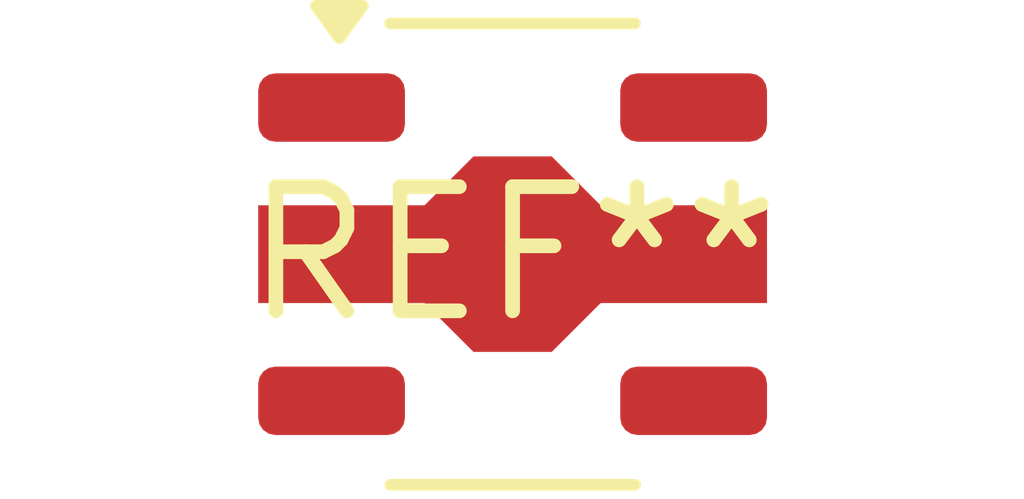
<source format=kicad_pcb>
(kicad_pcb (version 20240108) (generator pcbnew)
  (layers (0 "F.Cu" signal) (31 "B.Cu" signal) (34 "B.Paste" user) (35 "F.Paste" user) (36 "B.SilkS" user "B.Silkscreen") (37 "F.SilkS" user "F.Silkscreen") (38 "B.Mask" user) (39 "F.Mask" user) (44 "Edge.Cuts" user))
  (net 0 "")
  (footprint "SOT-89-5" (layer "F.Cu") (at 0 0)
    (property "Reference" "REF**")
    (property "Value" "SOT-89-5")
    (fp_line (start -1.25 -2.36) (end 1.25 -2.36) (layer "F.SilkS") (stroke (width 0.12)))
    (fp_line (start 1.25 2.36) (end -1.25 2.36) (layer "F.SilkS") (stroke (width 0.12)))
    (fp_poly (pts (xy -1.77 -2.21) (xy -2.01 -2.54) (xy -1.53 -2.54) (xy -1.77 -2.21)) (layer "F.SilkS") (stroke (width 0.12)) (fill solid))
    (pad "1" smd roundrect (at -1.85 -1.5) (size 1.5 0.7) (layers "F.Cu" "F.Paste" "F.Mask"))
    (pad "2" smd custom (at 0 0) (size 0.8 2) (layers "F.Cu" "F.Paste" "F.Mask") (options (clearance outline) (anchor rect)) (primitives (gr_poly (pts (xy 0.9 -0.5) (xy 2.6 -0.5) (xy 2.6 0.5) (xy 0.9 0.5) (xy 0.4 1) (xy -0.4 1) (xy -0.9 0.5) (xy -2.6 0.5) (xy -2.6 -0.5) (xy -0.9 -0.5) (xy -0.4 -1) (xy 0.4 -1)) (width 0) (fill yes))))
    (pad "3" smd roundrect (at -1.85 1.5) (size 1.5 0.7) (layers "F.Cu" "F.Paste" "F.Mask"))
    (pad "4" smd roundrect (at 1.85 1.5) (size 1.5 0.7) (layers "F.Cu" "F.Paste" "F.Mask"))
    (pad "5" smd roundrect (at 1.85 -1.5) (size 1.5 0.7) (layers "F.Cu" "F.Paste" "F.Mask"))
  )
)
</source>
